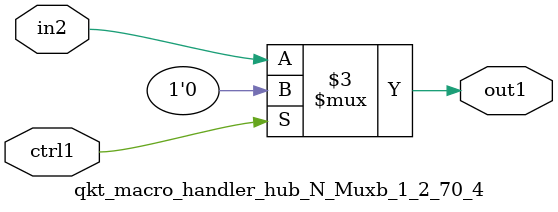
<source format=v>

`timescale 1ps / 1ps


module qkt_macro_handler_hub_N_Muxb_1_2_70_4( in2, ctrl1, out1 );

    input in2;
    input ctrl1;
    output out1;
    reg out1;

    
    // rtl_process:qkt_macro_handler_hub_N_Muxb_1_2_70_4/qkt_macro_handler_hub_N_Muxb_1_2_70_4_thread_1
    always @*
      begin : qkt_macro_handler_hub_N_Muxb_1_2_70_4_thread_1
        case (ctrl1) 
          1'b1: 
            begin
              out1 = 1'b0;
            end
          default: 
            begin
              out1 = in2;
            end
        endcase
      end

endmodule



</source>
